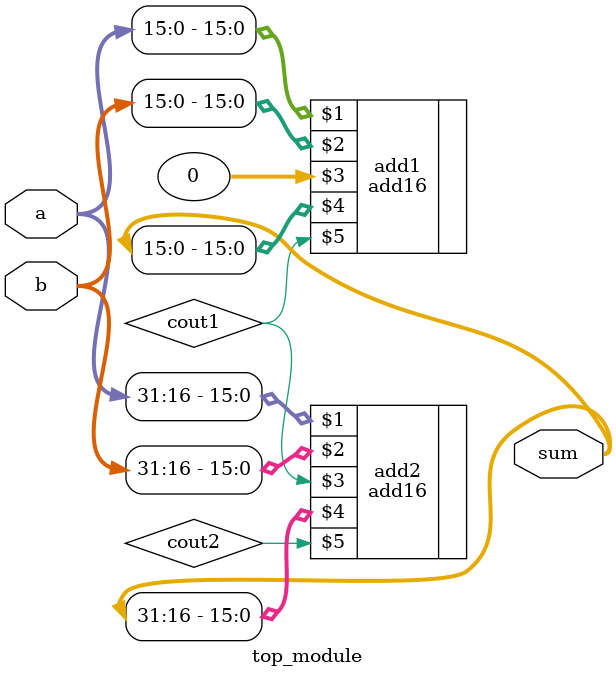
<source format=v>
module top_module(
    //module add16 ( input[15:0] a, input[15:0] b, input cin, output[15:0] sum, output cout );
    
    input [31:0] a,
    input [31:0] b,
    output [31:0] sum
);
  //  wire [15:0] ainput1;
  //  wire [15:0] binput1;
  //  wire [15:0] sum1;
  //  wire cin1;
    wire cout1;
    
  //  assign ainput1 = a[15:0];
   // assign binput1 = b[15:0];
  //  assign sum1 = sum[15:0];
    add16 add1( a[15:0], b[15:0], 0, sum[15:0], cout1);
    
  //  wire [15:0] ainput2;
  //  wire [15:0] binput2;
  //  wire [15:0] sum2;
  	wire cout2;
 
//    assign ainput2 = a[31:16];
  //  assign binput2 = b[31:16];
  //  assign sum2 = sum[31:16];
    add16 add2(a[31:16], b[31:16], cout1, sum[31:16], cout2);
    
    assign sum = {sum[31:16], sum[15:0]};
    
    
    
endmodule

</source>
